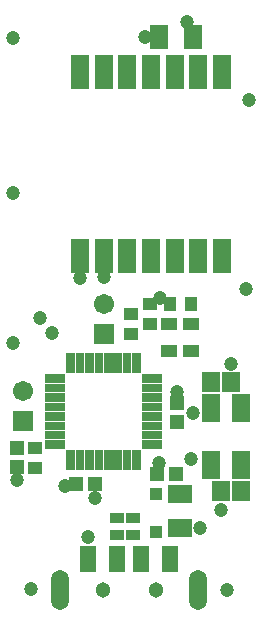
<source format=gts>
G04 Layer_Color=8388736*
%FSLAX43Y43*%
%MOMM*%
G71*
G01*
G75*
%ADD33R,1.503X3.003*%
%ADD34R,1.193X0.923*%
%ADD35R,1.100X1.100*%
%ADD36R,1.400X1.100*%
%ADD37R,1.203X1.103*%
%ADD38R,1.203X1.203*%
%ADD39R,1.503X1.703*%
%ADD40R,2.003X1.503*%
%ADD41R,1.503X2.003*%
%ADD42R,1.103X1.203*%
%ADD43R,1.203X1.203*%
%ADD44R,1.603X2.403*%
%ADD45R,1.403X2.203*%
%ADD46C,1.703*%
%ADD47R,1.703X1.703*%
%ADD48O,1.503X3.403*%
%ADD49C,1.203*%
%ADD50C,1.303*%
G36*
X11983Y21085D02*
X11275D01*
Y22758D01*
X11983D01*
Y21085D01*
D02*
G37*
G36*
X11196D02*
X10488D01*
Y22758D01*
X11196D01*
Y21085D01*
D02*
G37*
G36*
X10383D02*
X9675D01*
Y22758D01*
X10383D01*
Y21085D01*
D02*
G37*
G36*
X9596D02*
X8888D01*
Y22758D01*
X9596D01*
Y21085D01*
D02*
G37*
G36*
X8783D02*
X8075D01*
Y22758D01*
X8783D01*
Y21085D01*
D02*
G37*
G36*
X7995D02*
X7287D01*
Y22758D01*
X7995D01*
Y21085D01*
D02*
G37*
G36*
X7183D02*
X6475D01*
Y22758D01*
X7183D01*
Y21085D01*
D02*
G37*
G36*
X6395D02*
X5687D01*
Y22758D01*
X6395D01*
Y21085D01*
D02*
G37*
G36*
X13787Y20247D02*
X12113D01*
Y20955D01*
X13787D01*
Y20247D01*
D02*
G37*
G36*
X5557D02*
X3884D01*
Y20955D01*
X5557D01*
Y20247D01*
D02*
G37*
G36*
X13787Y19459D02*
X12113D01*
Y20167D01*
X13787D01*
Y19459D01*
D02*
G37*
G36*
X5557D02*
X3884D01*
Y20167D01*
X5557D01*
Y19459D01*
D02*
G37*
G36*
X13787Y18646D02*
X12113D01*
Y19354D01*
X13787D01*
Y18646D01*
D02*
G37*
G36*
X5557D02*
X3884D01*
Y19354D01*
X5557D01*
Y18646D01*
D02*
G37*
G36*
X13787Y17859D02*
X12113D01*
Y18567D01*
X13787D01*
Y17859D01*
D02*
G37*
G36*
X5557D02*
X3884D01*
Y18567D01*
X5557D01*
Y17859D01*
D02*
G37*
G36*
X13787Y17046D02*
X12113D01*
Y17754D01*
X13787D01*
Y17046D01*
D02*
G37*
G36*
X5557D02*
X3884D01*
Y17754D01*
X5557D01*
Y17046D01*
D02*
G37*
G36*
X13787Y16259D02*
X12113D01*
Y16967D01*
X13787D01*
Y16259D01*
D02*
G37*
G36*
X5557D02*
X3884D01*
Y16967D01*
X5557D01*
Y16259D01*
D02*
G37*
G36*
X13787Y15446D02*
X12113D01*
Y16154D01*
X13787D01*
Y15446D01*
D02*
G37*
G36*
X5557D02*
X3884D01*
Y16154D01*
X5557D01*
Y15446D01*
D02*
G37*
G36*
X13787Y14659D02*
X12113D01*
Y15367D01*
X13787D01*
Y14659D01*
D02*
G37*
G36*
X5557D02*
X3884D01*
Y15367D01*
X5557D01*
Y14659D01*
D02*
G37*
G36*
X11983Y12855D02*
X11275D01*
Y14528D01*
X11983D01*
Y12855D01*
D02*
G37*
G36*
X11196D02*
X10488D01*
Y14528D01*
X11196D01*
Y12855D01*
D02*
G37*
G36*
X10383D02*
X9675D01*
Y14528D01*
X10383D01*
Y12855D01*
D02*
G37*
G36*
X9596D02*
X8888D01*
Y14528D01*
X9596D01*
Y12855D01*
D02*
G37*
G36*
X8783D02*
X8075D01*
Y14528D01*
X8783D01*
Y12855D01*
D02*
G37*
G36*
X7995D02*
X7287D01*
Y14528D01*
X7995D01*
Y12855D01*
D02*
G37*
G36*
X7183D02*
X6475D01*
Y14528D01*
X7183D01*
Y12855D01*
D02*
G37*
G36*
X6395D02*
X5687D01*
Y14528D01*
X6395D01*
Y12855D01*
D02*
G37*
D33*
X10854Y46600D02*
D03*
X12854D02*
D03*
X6854D02*
D03*
X8854D02*
D03*
X14854D02*
D03*
X18854D02*
D03*
X16854D02*
D03*
X16854Y31000D02*
D03*
X18854D02*
D03*
X14854D02*
D03*
X8854D02*
D03*
X6854D02*
D03*
X10854D02*
D03*
X12854D02*
D03*
D34*
X11300Y8780D02*
D03*
Y7400D02*
D03*
X10000Y8780D02*
D03*
Y7400D02*
D03*
D35*
X13250Y10850D02*
D03*
Y7650D02*
D03*
D36*
X16200Y25250D02*
D03*
Y22950D02*
D03*
X14400Y25250D02*
D03*
Y22950D02*
D03*
D37*
X11196Y24350D02*
D03*
Y26050D02*
D03*
X12750Y25250D02*
D03*
Y26950D02*
D03*
X3000Y14750D02*
D03*
Y13050D02*
D03*
D38*
X6539Y11650D02*
D03*
X8139D02*
D03*
X13350Y12550D02*
D03*
X14950D02*
D03*
D39*
X20450Y11050D02*
D03*
X18750D02*
D03*
X17954Y20347D02*
D03*
X19654D02*
D03*
D40*
X15350Y7950D02*
D03*
X15350Y10850D02*
D03*
D41*
X13550Y49550D02*
D03*
X16450D02*
D03*
D42*
X16200Y26950D02*
D03*
X14500D02*
D03*
D43*
X1500Y14700D02*
D03*
Y13100D02*
D03*
X15073Y18500D02*
D03*
Y16900D02*
D03*
D44*
X17950Y13300D02*
D03*
Y18100D02*
D03*
X20450D02*
D03*
Y13300D02*
D03*
D45*
X14500Y5300D02*
D03*
X12000D02*
D03*
X7500D02*
D03*
X10000D02*
D03*
D46*
X2000Y19540D02*
D03*
X8900Y26890D02*
D03*
D47*
X2000Y17000D02*
D03*
X8900Y24350D02*
D03*
D48*
X16850Y2700D02*
D03*
X5150D02*
D03*
D49*
X21150Y44200D02*
D03*
X15900Y50800D02*
D03*
X4500Y24450D02*
D03*
X3475Y25700D02*
D03*
X1550Y12000D02*
D03*
X2700Y2750D02*
D03*
X15050Y19450D02*
D03*
X16394Y17654D02*
D03*
X8150Y10500D02*
D03*
X13650Y27450D02*
D03*
X13550Y13450D02*
D03*
X6854Y29150D02*
D03*
X1200Y36300D02*
D03*
X20904Y28150D02*
D03*
X19654Y21800D02*
D03*
X1200Y49400D02*
D03*
X18750Y9450D02*
D03*
X16205Y13828D02*
D03*
X19250Y2700D02*
D03*
X12350Y49550D02*
D03*
X8854Y29200D02*
D03*
X5600Y11500D02*
D03*
X7500Y7150D02*
D03*
X1200Y23650D02*
D03*
X17039Y7950D02*
D03*
D50*
X13250Y2700D02*
D03*
X8750D02*
D03*
M02*

</source>
